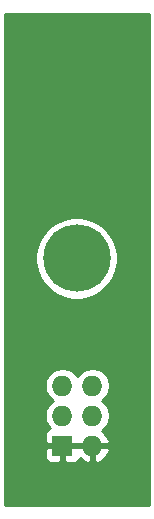
<source format=gbl>
G04 #@! TF.GenerationSoftware,KiCad,Pcbnew,5.1.9+dfsg1-1~bpo10+1*
G04 #@! TF.CreationDate,2021-04-19T23:38:22+00:00*
G04 #@! TF.ProjectId,feederFloor,66656564-6572-4466-9c6f-6f722e6b6963,rev?*
G04 #@! TF.SameCoordinates,Original*
G04 #@! TF.FileFunction,Copper,L2,Bot*
G04 #@! TF.FilePolarity,Positive*
%FSLAX46Y46*%
G04 Gerber Fmt 4.6, Leading zero omitted, Abs format (unit mm)*
G04 Created by KiCad (PCBNEW 5.1.9+dfsg1-1~bpo10+1) date 2021-04-19 23:38:22*
%MOMM*%
%LPD*%
G01*
G04 APERTURE LIST*
G04 #@! TA.AperFunction,ComponentPad*
%ADD10C,5.700000*%
G04 #@! TD*
G04 #@! TA.AperFunction,ComponentPad*
%ADD11O,1.727200X1.727200*%
G04 #@! TD*
G04 #@! TA.AperFunction,ComponentPad*
%ADD12R,1.727200X1.727200*%
G04 #@! TD*
G04 #@! TA.AperFunction,ViaPad*
%ADD13C,0.800000*%
G04 #@! TD*
G04 #@! TA.AperFunction,Conductor*
%ADD14C,0.254000*%
G04 #@! TD*
G04 #@! TA.AperFunction,Conductor*
%ADD15C,0.100000*%
G04 #@! TD*
G04 APERTURE END LIST*
D10*
X191700000Y-41350000D03*
D11*
X193040000Y-52120000D03*
X190500000Y-52120000D03*
X193040000Y-54660000D03*
X190500000Y-54660000D03*
X193040000Y-57200000D03*
D12*
X190500000Y-57200000D03*
D13*
X195020000Y-49560000D03*
X186580000Y-24180000D03*
X196510000Y-33560000D03*
X187230000Y-33560000D03*
D14*
X197840000Y-62240000D02*
X185660000Y-62240000D01*
X185660000Y-58063600D01*
X188998328Y-58063600D01*
X189010588Y-58188082D01*
X189046898Y-58307780D01*
X189105863Y-58418094D01*
X189185215Y-58514785D01*
X189281906Y-58594137D01*
X189392220Y-58653102D01*
X189511918Y-58689412D01*
X189636400Y-58701672D01*
X190214250Y-58698600D01*
X190373000Y-58539850D01*
X190373000Y-57327000D01*
X190627000Y-57327000D01*
X190627000Y-58539850D01*
X190785750Y-58698600D01*
X191363600Y-58701672D01*
X191488082Y-58689412D01*
X191607780Y-58653102D01*
X191718094Y-58594137D01*
X191814785Y-58514785D01*
X191894137Y-58418094D01*
X191953102Y-58307780D01*
X191972053Y-58245308D01*
X192151512Y-58406817D01*
X192404022Y-58556964D01*
X192680973Y-58654963D01*
X192913000Y-58534464D01*
X192913000Y-57327000D01*
X193167000Y-57327000D01*
X193167000Y-58534464D01*
X193399027Y-58654963D01*
X193675978Y-58556964D01*
X193928488Y-58406817D01*
X194146854Y-58210293D01*
X194322684Y-57974944D01*
X194449222Y-57709814D01*
X194494958Y-57559026D01*
X194373817Y-57327000D01*
X193167000Y-57327000D01*
X192913000Y-57327000D01*
X190627000Y-57327000D01*
X190373000Y-57327000D01*
X189160150Y-57327000D01*
X189001400Y-57485750D01*
X188998328Y-58063600D01*
X185660000Y-58063600D01*
X185660000Y-56336400D01*
X188998328Y-56336400D01*
X189001400Y-56914250D01*
X189160150Y-57073000D01*
X190373000Y-57073000D01*
X190373000Y-57053000D01*
X190627000Y-57053000D01*
X190627000Y-57073000D01*
X192913000Y-57073000D01*
X192913000Y-57053000D01*
X193167000Y-57053000D01*
X193167000Y-57073000D01*
X194373817Y-57073000D01*
X194494958Y-56840974D01*
X194449222Y-56690186D01*
X194322684Y-56425056D01*
X194146854Y-56189707D01*
X193928488Y-55993183D01*
X193829897Y-55934559D01*
X193995302Y-55824039D01*
X194204039Y-55615302D01*
X194368042Y-55369853D01*
X194481010Y-55097125D01*
X194538600Y-54807599D01*
X194538600Y-54512401D01*
X194481010Y-54222875D01*
X194368042Y-53950147D01*
X194204039Y-53704698D01*
X193995302Y-53495961D01*
X193836719Y-53390000D01*
X193995302Y-53284039D01*
X194204039Y-53075302D01*
X194368042Y-52829853D01*
X194481010Y-52557125D01*
X194538600Y-52267599D01*
X194538600Y-51972401D01*
X194481010Y-51682875D01*
X194368042Y-51410147D01*
X194204039Y-51164698D01*
X193995302Y-50955961D01*
X193749853Y-50791958D01*
X193477125Y-50678990D01*
X193187599Y-50621400D01*
X192892401Y-50621400D01*
X192602875Y-50678990D01*
X192330147Y-50791958D01*
X192084698Y-50955961D01*
X191875961Y-51164698D01*
X191770000Y-51323281D01*
X191664039Y-51164698D01*
X191455302Y-50955961D01*
X191209853Y-50791958D01*
X190937125Y-50678990D01*
X190647599Y-50621400D01*
X190352401Y-50621400D01*
X190062875Y-50678990D01*
X189790147Y-50791958D01*
X189544698Y-50955961D01*
X189335961Y-51164698D01*
X189171958Y-51410147D01*
X189058990Y-51682875D01*
X189001400Y-51972401D01*
X189001400Y-52267599D01*
X189058990Y-52557125D01*
X189171958Y-52829853D01*
X189335961Y-53075302D01*
X189544698Y-53284039D01*
X189703281Y-53390000D01*
X189544698Y-53495961D01*
X189335961Y-53704698D01*
X189171958Y-53950147D01*
X189058990Y-54222875D01*
X189001400Y-54512401D01*
X189001400Y-54807599D01*
X189058990Y-55097125D01*
X189171958Y-55369853D01*
X189335961Y-55615302D01*
X189450023Y-55729364D01*
X189392220Y-55746898D01*
X189281906Y-55805863D01*
X189185215Y-55885215D01*
X189105863Y-55981906D01*
X189046898Y-56092220D01*
X189010588Y-56211918D01*
X188998328Y-56336400D01*
X185660000Y-56336400D01*
X185660000Y-41006758D01*
X188215000Y-41006758D01*
X188215000Y-41693242D01*
X188348927Y-42366537D01*
X188611633Y-43000766D01*
X188993024Y-43571558D01*
X189478442Y-44056976D01*
X190049234Y-44438367D01*
X190683463Y-44701073D01*
X191356758Y-44835000D01*
X192043242Y-44835000D01*
X192716537Y-44701073D01*
X193350766Y-44438367D01*
X193921558Y-44056976D01*
X194406976Y-43571558D01*
X194788367Y-43000766D01*
X195051073Y-42366537D01*
X195185000Y-41693242D01*
X195185000Y-41006758D01*
X195051073Y-40333463D01*
X194788367Y-39699234D01*
X194406976Y-39128442D01*
X193921558Y-38643024D01*
X193350766Y-38261633D01*
X192716537Y-37998927D01*
X192043242Y-37865000D01*
X191356758Y-37865000D01*
X190683463Y-37998927D01*
X190049234Y-38261633D01*
X189478442Y-38643024D01*
X188993024Y-39128442D01*
X188611633Y-39699234D01*
X188348927Y-40333463D01*
X188215000Y-41006758D01*
X185660000Y-41006758D01*
X185660000Y-20660000D01*
X197840001Y-20660000D01*
X197840000Y-62240000D01*
G04 #@! TA.AperFunction,Conductor*
D15*
G36*
X197840000Y-62240000D02*
G01*
X185660000Y-62240000D01*
X185660000Y-58063600D01*
X188998328Y-58063600D01*
X189010588Y-58188082D01*
X189046898Y-58307780D01*
X189105863Y-58418094D01*
X189185215Y-58514785D01*
X189281906Y-58594137D01*
X189392220Y-58653102D01*
X189511918Y-58689412D01*
X189636400Y-58701672D01*
X190214250Y-58698600D01*
X190373000Y-58539850D01*
X190373000Y-57327000D01*
X190627000Y-57327000D01*
X190627000Y-58539850D01*
X190785750Y-58698600D01*
X191363600Y-58701672D01*
X191488082Y-58689412D01*
X191607780Y-58653102D01*
X191718094Y-58594137D01*
X191814785Y-58514785D01*
X191894137Y-58418094D01*
X191953102Y-58307780D01*
X191972053Y-58245308D01*
X192151512Y-58406817D01*
X192404022Y-58556964D01*
X192680973Y-58654963D01*
X192913000Y-58534464D01*
X192913000Y-57327000D01*
X193167000Y-57327000D01*
X193167000Y-58534464D01*
X193399027Y-58654963D01*
X193675978Y-58556964D01*
X193928488Y-58406817D01*
X194146854Y-58210293D01*
X194322684Y-57974944D01*
X194449222Y-57709814D01*
X194494958Y-57559026D01*
X194373817Y-57327000D01*
X193167000Y-57327000D01*
X192913000Y-57327000D01*
X190627000Y-57327000D01*
X190373000Y-57327000D01*
X189160150Y-57327000D01*
X189001400Y-57485750D01*
X188998328Y-58063600D01*
X185660000Y-58063600D01*
X185660000Y-56336400D01*
X188998328Y-56336400D01*
X189001400Y-56914250D01*
X189160150Y-57073000D01*
X190373000Y-57073000D01*
X190373000Y-57053000D01*
X190627000Y-57053000D01*
X190627000Y-57073000D01*
X192913000Y-57073000D01*
X192913000Y-57053000D01*
X193167000Y-57053000D01*
X193167000Y-57073000D01*
X194373817Y-57073000D01*
X194494958Y-56840974D01*
X194449222Y-56690186D01*
X194322684Y-56425056D01*
X194146854Y-56189707D01*
X193928488Y-55993183D01*
X193829897Y-55934559D01*
X193995302Y-55824039D01*
X194204039Y-55615302D01*
X194368042Y-55369853D01*
X194481010Y-55097125D01*
X194538600Y-54807599D01*
X194538600Y-54512401D01*
X194481010Y-54222875D01*
X194368042Y-53950147D01*
X194204039Y-53704698D01*
X193995302Y-53495961D01*
X193836719Y-53390000D01*
X193995302Y-53284039D01*
X194204039Y-53075302D01*
X194368042Y-52829853D01*
X194481010Y-52557125D01*
X194538600Y-52267599D01*
X194538600Y-51972401D01*
X194481010Y-51682875D01*
X194368042Y-51410147D01*
X194204039Y-51164698D01*
X193995302Y-50955961D01*
X193749853Y-50791958D01*
X193477125Y-50678990D01*
X193187599Y-50621400D01*
X192892401Y-50621400D01*
X192602875Y-50678990D01*
X192330147Y-50791958D01*
X192084698Y-50955961D01*
X191875961Y-51164698D01*
X191770000Y-51323281D01*
X191664039Y-51164698D01*
X191455302Y-50955961D01*
X191209853Y-50791958D01*
X190937125Y-50678990D01*
X190647599Y-50621400D01*
X190352401Y-50621400D01*
X190062875Y-50678990D01*
X189790147Y-50791958D01*
X189544698Y-50955961D01*
X189335961Y-51164698D01*
X189171958Y-51410147D01*
X189058990Y-51682875D01*
X189001400Y-51972401D01*
X189001400Y-52267599D01*
X189058990Y-52557125D01*
X189171958Y-52829853D01*
X189335961Y-53075302D01*
X189544698Y-53284039D01*
X189703281Y-53390000D01*
X189544698Y-53495961D01*
X189335961Y-53704698D01*
X189171958Y-53950147D01*
X189058990Y-54222875D01*
X189001400Y-54512401D01*
X189001400Y-54807599D01*
X189058990Y-55097125D01*
X189171958Y-55369853D01*
X189335961Y-55615302D01*
X189450023Y-55729364D01*
X189392220Y-55746898D01*
X189281906Y-55805863D01*
X189185215Y-55885215D01*
X189105863Y-55981906D01*
X189046898Y-56092220D01*
X189010588Y-56211918D01*
X188998328Y-56336400D01*
X185660000Y-56336400D01*
X185660000Y-41006758D01*
X188215000Y-41006758D01*
X188215000Y-41693242D01*
X188348927Y-42366537D01*
X188611633Y-43000766D01*
X188993024Y-43571558D01*
X189478442Y-44056976D01*
X190049234Y-44438367D01*
X190683463Y-44701073D01*
X191356758Y-44835000D01*
X192043242Y-44835000D01*
X192716537Y-44701073D01*
X193350766Y-44438367D01*
X193921558Y-44056976D01*
X194406976Y-43571558D01*
X194788367Y-43000766D01*
X195051073Y-42366537D01*
X195185000Y-41693242D01*
X195185000Y-41006758D01*
X195051073Y-40333463D01*
X194788367Y-39699234D01*
X194406976Y-39128442D01*
X193921558Y-38643024D01*
X193350766Y-38261633D01*
X192716537Y-37998927D01*
X192043242Y-37865000D01*
X191356758Y-37865000D01*
X190683463Y-37998927D01*
X190049234Y-38261633D01*
X189478442Y-38643024D01*
X188993024Y-39128442D01*
X188611633Y-39699234D01*
X188348927Y-40333463D01*
X188215000Y-41006758D01*
X185660000Y-41006758D01*
X185660000Y-20660000D01*
X197840001Y-20660000D01*
X197840000Y-62240000D01*
G37*
G04 #@! TD.AperFunction*
M02*

</source>
